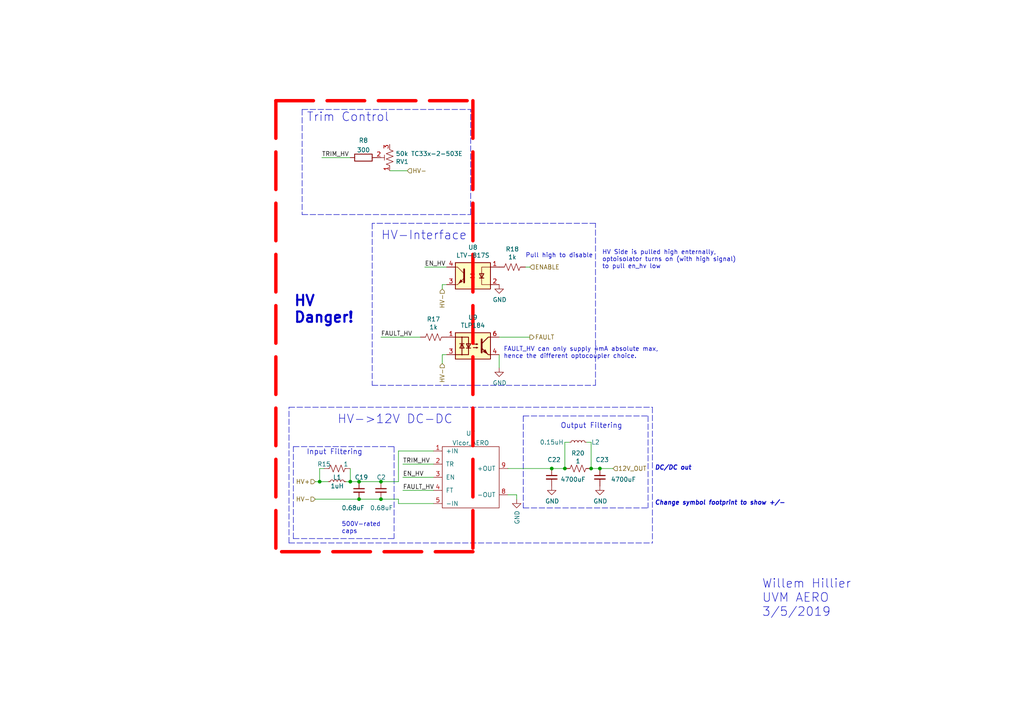
<source format=kicad_sch>
(kicad_sch (version 20211123) (generator eeschema)
  (paper "A4")
  (lib_symbols
    (symbol "AERO_Symbols:Vicor_AERO" (pin_names (offset 1.016))
      (property "Reference" "U7" (at 0.635 1.2995 0))
      (property "Value" "Vicor_AERO" (at 0.635 -1.4756 0))
      (symbol "Vicor_AERO_0_1"
        (rectangle (start -7.62 -2.54) (end 8.89 -20.32))
      )
      (symbol "Vicor_AERO_1_1"
        (pin input line (at -10.16 -3.81 0) (length 2.54) (name "+IN") (number "1"))
        (pin input line (at -10.16 -7.62 0) (length 2.54) (name "TR") (number "2"))
        (pin input line (at -10.16 -11.43 0) (length 2.54) (name "EN") (number "3"))
        (pin input line (at -10.16 -15.24 0) (length 2.54) (name "FT") (number "4"))
        (pin input line (at -10.16 -19.05 0) (length 2.54) (name "-IN") (number "5"))
        (pin output line (at 11.43 -16.51 180) (length 2.54) (name "-OUT") (number "8"))
        (pin output line (at 11.43 -8.89 180) (length 2.54) (name "+OUT") (number "9"))
      )
    )
    (symbol "Device:C_Small" (pin_numbers hide) (pin_names (offset 0.254) hide)
      (property "Reference" "C" (at 0.254 1.778 0))
      (property "Value" "C_Small" (at 0.254 -2.032 0))
      (symbol "C_Small_0_1"
        (polyline (pts (xy -1.524 -0.508) (xy 1.524 -0.508)) (stroke (width 0.3302)))
        (polyline (pts (xy -1.524 0.508) (xy 1.524 0.508)) (stroke (width 0.3048)))
      )
      (symbol "C_Small_1_1"
        (pin passive line (at 0 2.54 270) (length 2.032) (name "~") (number "1"))
        (pin passive line (at 0 -2.54 90) (length 2.032) (name "~") (number "2"))
      )
    )
    (symbol "Device:L_Small" (pin_numbers hide) (pin_names (offset 0.254) hide)
      (property "Reference" "L" (at 0.762 1.016 0))
      (property "Value" "L_Small" (at 0.762 -1.016 0))
      (symbol "L_Small_0_1"
        (arc (start 0 -2.032) (mid 0.508 -1.524) (end 0 -1.016))
        (arc (start 0 -1.016) (mid 0.508 -0.508) (end 0 0))
        (arc (start 0 0) (mid 0.508 0.508) (end 0 1.016))
        (arc (start 0 1.016) (mid 0.508 1.524) (end 0 2.032))
      )
      (symbol "L_Small_1_1"
        (pin passive line (at 0 2.54 270) (length 0.508) (name "~") (number "1"))
        (pin passive line (at 0 -2.54 90) (length 0.508) (name "~") (number "2"))
      )
    )
    (symbol "Device:R" (pin_numbers hide) (pin_names (offset 0))
      (property "Reference" "R" (at 2.032 0 90))
      (property "Value" "R" (at 0 0 90))
      (symbol "R_0_1"
        (rectangle (start -1.016 -2.54) (end 1.016 2.54) (stroke (width 0.254)))
      )
      (symbol "R_1_1"
        (pin passive line (at 0 3.81 270) (length 1.27) (name "~") (number "1"))
        (pin passive line (at 0 -3.81 90) (length 1.27) (name "~") (number "2"))
      )
    )
    (symbol "Device:R_POT_TRIM_US" (pin_names (offset 1.016) hide)
      (property "Reference" "RV" (at -4.445 0 90))
      (property "Value" "Device_R_POT_TRIM_US" (at -2.54 0 90))
      (symbol "R_POT_TRIM_US_0_1"
        (polyline (pts (xy 0 -2.286) (xy 0 -2.54)))
        (polyline (pts (xy 0 2.286) (xy 0 2.54)))
        (polyline (pts (xy 1.524 0.762) (xy 1.524 -0.762)))
        (polyline (pts (xy 2.54 0) (xy 1.524 0)))
        (polyline (pts (xy 0 -0.762) (xy 1.016 -1.143) (xy 0 -1.524) (xy -1.016 -1.905) (xy 0 -2.286)))
        (polyline (pts (xy 0 0.762) (xy 1.016 0.381) (xy 0 0) (xy -1.016 -0.381) (xy 0 -0.762)))
        (polyline (pts (xy 0 2.286) (xy 1.016 1.905) (xy 0 1.524) (xy -1.016 1.143) (xy 0 0.762)))
      )
      (symbol "R_POT_TRIM_US_1_1"
        (pin passive line (at 0 3.81 270) (length 1.27) (name "1") (number "1"))
        (pin passive line (at 3.81 0 180) (length 1.27) (name "2") (number "2"))
        (pin passive line (at 0 -3.81 90) (length 1.27) (name "3") (number "3"))
      )
    )
    (symbol "Device:R_US" (pin_numbers hide) (pin_names (offset 0))
      (property "Reference" "R" (at 2.54 0 90))
      (property "Value" "R_US" (at -2.54 0 90))
      (symbol "R_US_0_1"
        (polyline (pts (xy 0 -2.286) (xy 0 -2.54)))
        (polyline (pts (xy 0 2.286) (xy 0 2.54)))
        (polyline (pts (xy 0 -0.762) (xy 1.016 -1.143) (xy 0 -1.524) (xy -1.016 -1.905) (xy 0 -2.286)))
        (polyline (pts (xy 0 0.762) (xy 1.016 0.381) (xy 0 0) (xy -1.016 -0.381) (xy 0 -0.762)))
        (polyline (pts (xy 0 2.286) (xy 1.016 1.905) (xy 0 1.524) (xy -1.016 1.143) (xy 0 0.762)))
      )
      (symbol "R_US_1_1"
        (pin passive line (at 0 3.81 270) (length 1.27) (name "~") (number "1"))
        (pin passive line (at 0 -3.81 90) (length 1.27) (name "~") (number "2"))
      )
    )
    (symbol "Isolator:LTV-817S" (pin_names (offset 1.016))
      (property "Reference" "U" (at -3.81 5.08 0))
      (property "Value" "LTV-817S" (at 0 -5.08 0))
      (symbol "LTV-817S_1_1"
        (rectangle (start -5.08 3.81) (end 5.08 -3.81) (stroke (width 0.254)) (fill (type background)))
        (polyline (pts (xy -3.175 -0.635) (xy -1.905 -0.635)) (stroke (width 0.254)))
        (polyline (pts (xy 2.54 0.635) (xy 4.445 2.54)))
        (polyline (pts (xy 4.445 -2.54) (xy 2.54 -0.635)) (fill (type outline)))
        (polyline (pts (xy 4.445 -2.54) (xy 5.08 -2.54)))
        (polyline (pts (xy 4.445 2.54) (xy 5.08 2.54)))
        (polyline (pts (xy -5.08 2.54) (xy -2.54 2.54) (xy -2.54 -0.762)))
        (polyline (pts (xy -2.54 -0.635) (xy -2.54 -2.54) (xy -5.08 -2.54)))
        (polyline (pts (xy 2.54 1.905) (xy 2.54 -1.905) (xy 2.54 -1.905)) (stroke (width 0.508)))
        (polyline (pts (xy -2.54 -0.635) (xy -3.175 0.635) (xy -1.905 0.635) (xy -2.54 -0.635)) (stroke (width 0.254)))
        (polyline (pts (xy -0.508 -0.508) (xy 0.762 -0.508) (xy 0.381 -0.635) (xy 0.381 -0.381) (xy 0.762 -0.508)))
        (polyline (pts (xy -0.508 0.508) (xy 0.762 0.508) (xy 0.381 0.381) (xy 0.381 0.635) (xy 0.762 0.508)))
        (polyline (pts (xy 3.048 -1.651) (xy 3.556 -1.143) (xy 4.064 -2.159) (xy 3.048 -1.651) (xy 3.048 -1.651)) (fill (type outline)))
        (pin passive line (at -7.62 2.54 0) (length 2.54) (name "~") (number "1"))
        (pin passive line (at -7.62 -2.54 0) (length 2.54) (name "~") (number "2"))
        (pin passive line (at 7.62 -2.54 180) (length 2.54) (name "~") (number "3"))
        (pin passive line (at 7.62 2.54 180) (length 2.54) (name "~") (number "4"))
      )
    )
    (symbol "Isolator:TLP184"
      (property "Reference" "U" (at -5.08 5.08 0))
      (property "Value" "TLP184" (at -5.08 -5.08 0))
      (symbol "TLP184_0_1"
        (rectangle (start -5.08 3.81) (end 5.08 -3.81) (stroke (width 0.254)) (fill (type background)))
        (circle (center -3.175 -2.54) (radius 0.127))
        (circle (center -3.175 2.54) (radius 0.127))
        (polyline (pts (xy -3.81 0.635) (xy -2.54 0.635)) (stroke (width 0.254)))
        (polyline (pts (xy -1.905 -0.635) (xy -0.635 -0.635)) (stroke (width 0.254)))
        (polyline (pts (xy 2.54 1.905) (xy 2.54 -1.905) (xy 2.54 -1.905)) (stroke (width 0.508)))
        (polyline (pts (xy 5.08 -2.54) (xy 4.445 -2.54) (xy 2.54 -0.635)) (stroke (width 0.254)))
        (polyline (pts (xy 5.08 2.54) (xy 4.445 2.54) (xy 2.54 0.635)) (stroke (width 0.254)))
        (polyline (pts (xy -5.08 2.54) (xy -3.175 2.54) (xy -3.175 -2.54) (xy -5.08 -2.54)) (stroke (width 0.254)))
        (polyline (pts (xy -3.175 -2.54) (xy -1.27 -2.54) (xy -1.27 2.54) (xy -3.175 2.54)) (stroke (width 0.254)))
        (polyline (pts (xy -3.175 0.635) (xy -3.81 -0.635) (xy -2.54 -0.635) (xy -3.175 0.635)) (stroke (width 0.254)))
        (polyline (pts (xy -1.27 -0.635) (xy -1.905 0.635) (xy -0.635 0.635) (xy -1.27 -0.635)) (stroke (width 0.254)))
        (polyline (pts (xy 0.127 -0.508) (xy 1.397 -0.508) (xy 1.016 -0.635) (xy 1.016 -0.381) (xy 1.397 -0.508)) (stroke (width 0.254)))
        (polyline (pts (xy 0.127 0.508) (xy 1.397 0.508) (xy 1.016 0.381) (xy 1.016 0.635) (xy 1.397 0.508)) (stroke (width 0.254)))
        (polyline (pts (xy 3.048 -1.651) (xy 3.556 -1.143) (xy 4.064 -2.159) (xy 3.048 -1.651) (xy 3.048 -1.651)) (stroke (width 0.254)) (fill (type outline)))
      )
      (symbol "TLP184_1_1"
        (pin passive line (at -7.62 2.54 0) (length 2.54) (name "~") (number "1"))
        (pin passive line (at -7.62 -2.54 0) (length 2.54) (name "~") (number "3"))
        (pin passive line (at 7.62 -2.54 180) (length 2.54) (name "~") (number "4"))
        (pin passive line (at 7.62 2.54 180) (length 2.54) (name "~") (number "6"))
      )
    )
    (symbol "power:GND" (power) (pin_names (offset 0))
      (property "Value" "GND" (at 0 -3.81 0))
      (symbol "GND_0_1"
        (polyline (pts (xy 0 0) (xy 0 -1.27) (xy 1.27 -1.27) (xy 0 -2.54) (xy -1.27 -1.27) (xy 0 -1.27)))
      )
      (symbol "GND_1_1"
        (pin power_in line (at 0 0 270) (length 0) hide (name "GND") (number "1"))
      )
    )
  )
  (junction (at 104.14 144.78))
  (junction (at 101.6 139.7))
  (junction (at 92.71 139.7))
  (junction (at 110.49 139.7))
  (junction (at 163.83 135.89))
  (junction (at 173.99 135.89))
  (junction (at 160.02 135.89))
  (junction (at 171.45 135.89))
  (junction (at 110.49 144.78))
  (junction (at 104.14 139.7))
  (polyline (pts (xy 137.16 160.02) (xy 80.01 160.02)) (stroke (width 0.9906) (color 253 0 0 1)))
  (wire (pts (xy 91.44 144.78) (xy 104.14 144.78)))
  (wire (pts (xy 110.49 139.7) (xy 115.57 139.7)))
  (wire (pts (xy 92.71 139.7) (xy 95.25 139.7)))
  (polyline (pts (xy 83.82 157.48) (xy 189.23 157.48)))
  (polyline (pts (xy 107.95 64.77) (xy 107.95 111.76)))
  (wire (pts (xy 93.98 135.89) (xy 92.71 135.89)))
  (wire (pts (xy 116.84 134.62) (xy 125.73 134.62)))
  (wire (pts (xy 144.78 102.87) (xy 144.78 106.68)))
  (wire (pts (xy 110.49 97.79) (xy 121.92 97.79)))
  (wire (pts (xy 171.45 128.27) (xy 171.45 135.89)))
  (polyline (pts (xy 87.63 62.23) (xy 136.525 62.23)))
  (wire (pts (xy 115.57 146.05) (xy 125.73 146.05)))
  (wire (pts (xy 116.84 138.43) (xy 125.73 138.43)))
  (wire (pts (xy 163.83 135.89) (xy 163.83 128.27)))
  (polyline (pts (xy 114.3 129.54) (xy 114.3 156.21)))
  (wire (pts (xy 93.345 45.72) (xy 101.6 45.72)))
  (wire (pts (xy 144.78 97.79) (xy 153.67 97.79)))
  (wire (pts (xy 147.32 135.89) (xy 160.02 135.89)))
  (polyline (pts (xy 172.72 111.76) (xy 172.72 64.77)))
  (wire (pts (xy 149.86 143.51) (xy 149.86 144.78)))
  (polyline (pts (xy 187.96 120.65) (xy 187.96 147.32)))
  (wire (pts (xy 115.57 130.81) (xy 125.73 130.81)))
  (polyline (pts (xy 151.765 120.65) (xy 187.96 120.65)))
  (wire (pts (xy 104.14 144.78) (xy 110.49 144.78)))
  (wire (pts (xy 118.11 49.53) (xy 113.03 49.53)))
  (wire (pts (xy 153.67 77.47) (xy 152.4 77.47)))
  (wire (pts (xy 128.27 82.55) (xy 129.54 82.55)))
  (wire (pts (xy 92.71 135.89) (xy 92.71 139.7)))
  (wire (pts (xy 115.57 139.7) (xy 115.57 130.81)))
  (wire (pts (xy 123.19 77.47) (xy 129.54 77.47)))
  (wire (pts (xy 100.33 139.7) (xy 101.6 139.7)))
  (polyline (pts (xy 83.82 157.48) (xy 83.82 118.11)))
  (wire (pts (xy 115.57 144.78) (xy 115.57 146.05)))
  (wire (pts (xy 116.84 142.24) (xy 125.73 142.24)))
  (polyline (pts (xy 189.23 118.11) (xy 189.23 157.48)))
  (wire (pts (xy 173.99 135.89) (xy 177.8 135.89)))
  (polyline (pts (xy 80.01 29.21) (xy 80.01 160.02)) (stroke (width 0.9906) (color 255 0 0 1)))
  (wire (pts (xy 101.6 139.7) (xy 104.14 139.7)))
  (polyline (pts (xy 172.72 64.77) (xy 107.95 64.77)))
  (wire (pts (xy 171.45 135.89) (xy 173.99 135.89)))
  (wire (pts (xy 110.49 144.78) (xy 115.57 144.78)))
  (polyline (pts (xy 85.09 156.21) (xy 114.3 156.21)))
  (polyline (pts (xy 87.63 31.75) (xy 87.63 62.23)))
  (polyline (pts (xy 136.525 62.23) (xy 136.525 31.75)))
  (polyline (pts (xy 80.01 29.21) (xy 137.16 29.21)) (stroke (width 0.9906) (color 253 0 0 1)))
  (wire (pts (xy 101.6 135.89) (xy 101.6 139.7)))
  (polyline (pts (xy 151.765 147.32) (xy 187.96 147.32)))
  (wire (pts (xy 104.14 139.7) (xy 110.49 139.7)))
  (wire (pts (xy 163.83 128.27) (xy 165.1 128.27)))
  (wire (pts (xy 128.27 83.82) (xy 128.27 82.55)))
  (wire (pts (xy 160.02 135.89) (xy 163.83 135.89)))
  (polyline (pts (xy 83.82 118.11) (xy 189.23 118.11)))
  (wire (pts (xy 129.54 102.87) (xy 128.27 102.87)))
  (wire (pts (xy 128.27 102.87) (xy 128.27 105.41)))
  (polyline (pts (xy 151.765 120.65) (xy 151.765 147.32)))
  (wire (pts (xy 170.18 128.27) (xy 171.45 128.27)))
  (polyline (pts (xy 85.09 129.54) (xy 114.3 129.54)))
  (polyline (pts (xy 107.95 111.76) (xy 172.72 111.76)))
  (wire (pts (xy 147.32 143.51) (xy 149.86 143.51)))
  (wire (pts (xy 92.71 139.7) (xy 91.44 139.7)))
  (polyline (pts (xy 87.63 31.75) (xy 136.525 31.75)))
  (polyline (pts (xy 137.16 29.21) (xy 137.16 160.02)) (stroke (width 0.9906) (color 255 0 0 1)))
  (polyline (pts (xy 85.09 156.21) (xy 85.09 129.54)))
  (text "DC/DC out" (at 189.865 136.525 0) (effects (font (size 1.27 1.27) bold italic) (justify left bottom)))
  (text "Output Filtering" (at 162.56 124.46 0) (effects (font (size 1.4986 1.4986)) (justify left bottom)))
  (text "500V-rated\ncaps" (at 99.06 154.94 0) (effects (font (size 1.27 1.27)) (justify left bottom)))
  (text "Willem Hillier\nUVM AERO\n3/5/2019" (at 220.98 179.07 0) (effects (font (size 2.54 2.54)) (justify left bottom)))
  (text "Input Filtering" (at 88.9 132.08 0) (effects (font (size 1.4986 1.4986)) (justify left bottom)))
  (text "Trim Control" (at 88.9 35.56 0) (effects (font (size 2.54 2.54)) (justify left bottom)))
  (text "HV-Interface" (at 110.49 69.85 0) (effects (font (size 2.54 2.54)) (justify left bottom)))
  (text "Change symbol footprint to show +/-" (at 189.865 146.685 0) (effects (font (size 1.27 1.27) bold italic) (justify left bottom)))
  (text "Pull high to disable" (at 152.4 74.93 0) (effects (font (size 1.27 1.27)) (justify left bottom)))
  (text "HV->12V DC-DC" (at 97.79 123.19 0) (effects (font (size 2.54 2.54)) (justify left bottom)))
  (text "HV Side is pulled high enternally, \noptoisolator turns on (with high signal)\nto pull en_hv low" (at 174.625 78.105 0) (effects (font (size 1.27 1.27)) (justify left bottom)))
  (text "HV\nDanger!" (at 85.09 93.98 0) (effects (font (size 2.9972 2.9972) (thickness 0.5994) bold) (justify left bottom)))
  (text "FAULT_HV can only supply 4mA absolute max, \nhence the different optocoupler choice." (at 146.05 104.14 0) (effects (font (size 1.27 1.27)) (justify left bottom)))
  (label "EN_HV" (at 123.19 77.47 0))
  (label "TRIM_HV" (at 93.345 45.72 0))
  (label "FAULT_HV" (at 110.49 97.79 0))
  (label "FAULT_HV" (at 116.84 142.24 0))
  (label "EN_HV" (at 116.84 138.43 0))
  (label "TRIM_HV" (at 116.84 134.62 0))
  (hierarchical_label "HV-" (shape input) (at 128.27 105.41 270))
  (hierarchical_label "12V_OUT" (shape input) (at 177.8 135.89 0))
  (hierarchical_label "HV-" (shape input) (at 128.27 83.82 270))
  (hierarchical_label "HV+" (shape input) (at 91.44 139.7 180))
  (hierarchical_label "HV-" (shape input) (at 118.11 49.53 0))
  (hierarchical_label "ENABLE" (shape input) (at 153.67 77.47 0))
  (hierarchical_label "HV-" (shape input) (at 91.44 144.78 180))
  (hierarchical_label "FAULT" (shape output) (at 153.67 97.79 0))
  (symbol (lib_id "Isolator:LTV-817S") (at 137.16 80.01 0) (mirror y) (unit 1)
    (property "Reference" "U8" (at 137.16 71.755 0))
    (property "Value" "LTV-817S" (at 137.16 74.0664 0))
    (property "Footprint" "Package_DIP:SMDIP-4_W9.53mm_Clearance8mm" (effects hide))
    (property "Datasheet" "http://www.us.liteon.com/downloads/LTV-817-827-847.PDF" (effects hide))
  )
  (symbol (lib_id "Isolator:TLP184") (at 137.16 100.33 0) (unit 1)
    (property "Reference" "U9" (at 137.16 92.075 0))
    (property "Value" "TLP184" (at 137.16 94.3864 0))
    (property "Footprint" "Package_SO:MFSOP6-4_4.4x3.6mm_P1.27mm" (effects hide))
    (property "Datasheet" "https://toshiba.semicon-storage.com/info/docget.jsp?did=11793&prodName=TLP184" (effects hide))
  )
  (symbol (lib_id "Device:C_Small") (at 173.99 138.43 0) (unit 1)
    (property "Reference" "C23" (at 172.72 133.35 0) (effects (justify left)))
    (property "Value" "4700uF" (at 177.165 139.065 0) (effects (justify left)))
    (property "Footprint" "Capacitor_THT:C_Radial_D18.0mm_H35.5mm_P7.50mm" (effects hide))
  )
  (symbol (lib_id "power:GND") (at 149.86 144.78 0) (unit 1)
    (property "Reference" "#PWR045" (effects hide))
    (property "Value" "GND" (at 149.987 148.0312 90) (effects (justify right)))
  )
  (symbol (lib_id "Device:R_US") (at 97.79 135.89 270) (unit 1)
    (property "Reference" "R15" (at 93.98 134.62 90))
    (property "Value" "1" (at 100.33 134.62 90))
    (property "Footprint" "Resistor_SMD:R_2512_6332Metric_Pad1.40x3.35mm_HandSolder" (effects hide))
  )
  (symbol (lib_id "Device:L_Small") (at 97.79 139.7 90) (unit 1)
    (property "Reference" "L1" (at 97.79 138.43 90))
    (property "Value" "1uH" (at 97.79 140.97 90))
    (property "Footprint" "Inductor_SMD:L_1008_2520Metric_Pad1.43x2.20mm_HandSolder" (effects hide))
  )
  (symbol (lib_id "Device:C_Small") (at 104.14 142.24 0) (unit 1)
    (property "Reference" "C19" (at 102.87 138.43 0) (effects (justify left)))
    (property "Value" "0.68uF" (at 99.06 147.32 0) (effects (justify left)))
    (property "Footprint" "Capacitor_THT:C_Rect_L18.0mm_W8.0mm_P15.00mm_FKS3_FKP3" (effects hide))
  )
  (symbol (lib_id "Device:R_US") (at 125.73 97.79 270) (unit 1)
    (property "Reference" "R17" (at 125.73 92.583 90))
    (property "Value" "1k" (at 125.73 94.8944 90))
    (property "Footprint" "Resistor_SMD:R_0603_1608Metric_Pad0.98x0.95mm_HandSolder" (effects hide))
  )
  (symbol (lib_id "power:GND") (at 144.78 106.68 0) (unit 1)
    (property "Reference" "#PWR043" (effects hide))
    (property "Value" "GND" (at 144.907 111.0742 0))
  )
  (symbol (lib_id "power:GND") (at 144.78 82.55 0) (unit 1)
    (property "Reference" "#PWR042" (effects hide))
    (property "Value" "GND" (at 144.907 86.9442 0))
  )
  (symbol (lib_id "Device:R_US") (at 148.59 77.47 270) (unit 1)
    (property "Reference" "R18" (at 148.59 72.263 90))
    (property "Value" "1k" (at 148.59 74.5744 90))
    (property "Footprint" "Resistor_SMD:R_0603_1608Metric_Pad0.98x0.95mm_HandSolder" (effects hide))
  )
  (symbol (lib_id "Device:R_POT_TRIM_US") (at 113.03 45.72 180) (unit 1)
    (property "Reference" "RV1" (at 114.7572 46.8884 0) (effects (justify right)))
    (property "Value" "50k TC33x-2-503E" (at 114.7572 44.577 0) (effects (justify right)))
    (property "Footprint" "Potentiometer_SMD:Potentiometer_Bourns_TC33X_Vertical" (effects hide))
  )
  (symbol (lib_id "Device:L_Small") (at 167.64 128.27 90) (unit 1)
    (property "Reference" "L2" (at 172.72 128.27 90))
    (property "Value" "0.15uH" (at 160.02 128.27 90))
    (property "Footprint" "Inductor_SMD:L_0805_2012Metric_Pad1.15x1.40mm_HandSolder" (effects hide))
  )
  (symbol (lib_id "Device:R_US") (at 167.64 135.89 270) (unit 1)
    (property "Reference" "R20" (at 167.64 131.445 90))
    (property "Value" "1" (at 167.64 133.7564 90))
    (property "Footprint" "Resistor_SMD:R_2512_6332Metric_Pad1.40x3.35mm_HandSolder" (effects hide))
  )
  (symbol (lib_id "Device:C_Small") (at 160.02 138.43 0) (unit 1)
    (property "Reference" "C22" (at 158.75 133.35 0) (effects (justify left)))
    (property "Value" "4700uF" (at 162.56 139.065 0) (effects (justify left)))
    (property "Footprint" "Capacitor_THT:C_Radial_D18.0mm_H35.5mm_P7.50mm" (effects hide))
  )
  (symbol (lib_id "AERO_Symbols:Vicor_AERO") (at 135.89 127 0) (unit 1)
    (property "Reference" "U7" (at 136.525 125.7005 0))
    (property "Value" "Vicor_AERO" (at 136.525 128.4756 0))
    (property "Footprint" "AERO_Footprints:vicor-socket-no-cutouts" (effects hide))
  )
  (symbol (lib_id "Device:R") (at 105.41 45.72 90) (unit 1)
    (property "Reference" "R8" (at 105.41 40.7375 90))
    (property "Value" "300" (at 105.41 43.5126 90))
    (property "Footprint" "Resistor_SMD:R_0603_1608Metric_Pad0.98x0.95mm_HandSolder" (effects hide))
  )
  (symbol (lib_id "power:GND") (at 173.99 140.97 0) (unit 1)
    (property "Reference" "#PWR0110" (effects hide))
    (property "Value" "GND" (at 174.117 145.3642 0))
  )
  (symbol (lib_id "Device:C_Small") (at 110.49 142.24 0) (unit 1)
    (property "Reference" "C2" (at 109.22 138.43 0) (effects (justify left)))
    (property "Value" "0.68uF" (at 107.315 147.32 0) (effects (justify left)))
    (property "Footprint" "Capacitor_THT:C_Rect_L18.0mm_W8.0mm_P15.00mm_FKS3_FKP3" (effects hide))
  )
  (symbol (lib_id "power:GND") (at 160.02 140.97 0) (unit 1)
    (property "Reference" "#PWR0112" (effects hide))
    (property "Value" "GND" (at 160.147 145.3642 0))
  )
)
</source>
